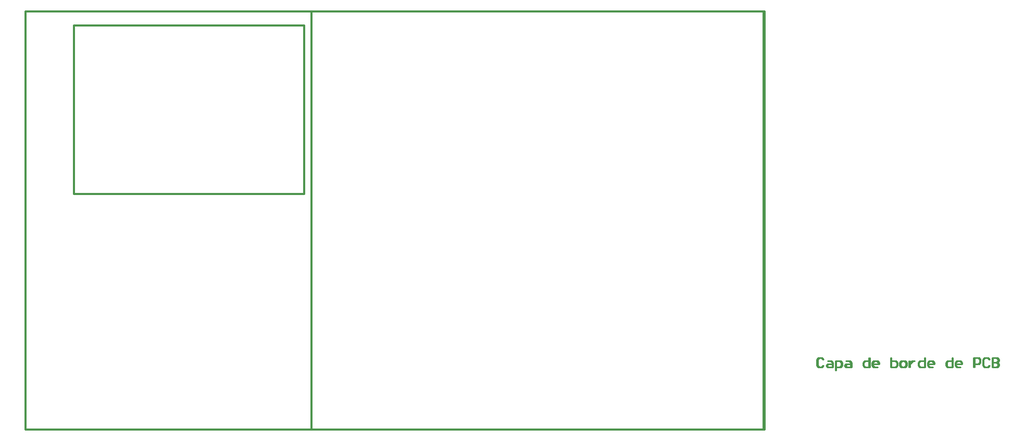
<source format=gko>
%FSLAX25Y25*%
%MOIN*%
G70*
G01*
G75*
G04 Layer_Color=16711935*
%ADD10O,0.08661X0.02362*%
%ADD11R,0.05709X0.02165*%
%ADD12R,0.05906X0.04331*%
%ADD13R,0.04331X0.05906*%
%ADD14O,0.05906X0.02362*%
%ADD15C,0.01969*%
%ADD16C,0.03150*%
%ADD17C,0.03937*%
%ADD18C,0.01181*%
%ADD19O,0.05512X0.01378*%
%ADD20R,0.16142X0.10236*%
%ADD21R,0.09449X0.10827*%
%ADD22R,0.04331X0.05906*%
G04:AMPARAMS|DCode=23|XSize=39.37mil|YSize=78.74mil|CornerRadius=9.84mil|HoleSize=0mil|Usage=FLASHONLY|Rotation=90.000|XOffset=0mil|YOffset=0mil|HoleType=Round|Shape=RoundedRectangle|*
%AMROUNDEDRECTD23*
21,1,0.03937,0.05906,0,0,90.0*
21,1,0.01969,0.07874,0,0,90.0*
1,1,0.01969,0.02953,0.00984*
1,1,0.01969,0.02953,-0.00984*
1,1,0.01969,-0.02953,-0.00984*
1,1,0.01969,-0.02953,0.00984*
%
%ADD23ROUNDEDRECTD23*%
G04:AMPARAMS|DCode=24|XSize=2559.05mil|YSize=551.18mil|CornerRadius=137.8mil|HoleSize=0mil|Usage=FLASHONLY|Rotation=90.000|XOffset=0mil|YOffset=0mil|HoleType=Round|Shape=RoundedRectangle|*
%AMROUNDEDRECTD24*
21,1,2.55905,0.27559,0,0,90.0*
21,1,2.28347,0.55118,0,0,90.0*
1,1,0.27559,0.13780,1.14173*
1,1,0.27559,0.13780,-1.14173*
1,1,0.27559,-0.13780,-1.14173*
1,1,0.27559,-0.13780,1.14173*
%
%ADD24ROUNDEDRECTD24*%
%ADD25R,0.03543X0.03937*%
%ADD26R,0.03937X0.03543*%
%ADD27R,0.05906X0.03150*%
%ADD28R,0.04331X0.03937*%
%ADD29R,0.08661X0.03937*%
%ADD30R,0.03150X0.05906*%
%ADD31R,0.03937X0.04331*%
%ADD32R,0.03937X0.08661*%
%ADD33C,0.01575*%
%ADD34C,0.09843*%
%ADD35C,0.00984*%
%ADD36C,0.12598*%
%ADD37C,0.07087*%
%ADD38R,0.07087X0.07087*%
%ADD39P,0.06392X8X292.5*%
%ADD40C,0.05906*%
%ADD41R,0.05906X0.05906*%
%ADD42R,0.05906X0.05906*%
%ADD43C,0.11811*%
%ADD44C,0.05906*%
%ADD45O,0.15748X0.07874*%
%ADD46O,0.07874X0.15748*%
%ADD47O,0.07874X0.17716*%
%ADD48C,0.03150*%
%ADD49C,0.12992*%
%ADD50C,0.03543*%
D18*
X0Y0D02*
X473000D01*
Y268000D01*
X0D02*
X473000D01*
X0Y0D02*
Y268000D01*
X31118Y151118D02*
Y258992D01*
X178362D01*
Y151118D02*
Y258992D01*
X31118Y151118D02*
X178362D01*
X183000Y0D02*
X472500D01*
Y268000D01*
X183000D02*
X472500D01*
X183000Y0D02*
Y268000D01*
D35*
X510936Y44920D02*
X509952Y45904D01*
X507984D01*
X507000Y44920D01*
Y40984D01*
X507984Y40000D01*
X509952D01*
X510936Y40984D01*
X513888Y43936D02*
X515855D01*
X516839Y42952D01*
Y40000D01*
X513888D01*
X512904Y40984D01*
X513888Y41968D01*
X516839D01*
X518807Y38032D02*
Y43936D01*
X521759D01*
X522743Y42952D01*
Y40984D01*
X521759Y40000D01*
X518807D01*
X525695Y43936D02*
X527663D01*
X528647Y42952D01*
Y40000D01*
X525695D01*
X524711Y40984D01*
X525695Y41968D01*
X528647D01*
X540454Y45904D02*
Y40000D01*
X537502D01*
X536518Y40984D01*
Y42952D01*
X537502Y43936D01*
X540454D01*
X545373Y40000D02*
X543405D01*
X542422Y40984D01*
Y42952D01*
X543405Y43936D01*
X545373D01*
X546357Y42952D01*
Y41968D01*
X542422D01*
X554229Y45904D02*
Y40000D01*
X557181D01*
X558165Y40984D01*
Y41968D01*
Y42952D01*
X557181Y43936D01*
X554229D01*
X561116Y40000D02*
X563084D01*
X564068Y40984D01*
Y42952D01*
X563084Y43936D01*
X561116D01*
X560132Y42952D01*
Y40984D01*
X561116Y40000D01*
X566036Y43936D02*
Y40000D01*
Y41968D01*
X567020Y42952D01*
X568004Y43936D01*
X568988D01*
X575875Y45904D02*
Y40000D01*
X572924D01*
X571940Y40984D01*
Y42952D01*
X572924Y43936D01*
X575875D01*
X580795Y40000D02*
X578827D01*
X577843Y40984D01*
Y42952D01*
X578827Y43936D01*
X580795D01*
X581779Y42952D01*
Y41968D01*
X577843D01*
X593586Y45904D02*
Y40000D01*
X590634D01*
X589650Y40984D01*
Y42952D01*
X590634Y43936D01*
X593586D01*
X598506Y40000D02*
X596538D01*
X595554Y40984D01*
Y42952D01*
X596538Y43936D01*
X598506D01*
X599490Y42952D01*
Y41968D01*
X595554D01*
X607361Y40000D02*
Y45904D01*
X610313D01*
X611297Y44920D01*
Y42952D01*
X610313Y41968D01*
X607361D01*
X617201Y44920D02*
X616217Y45904D01*
X614249D01*
X613265Y44920D01*
Y40984D01*
X614249Y40000D01*
X616217D01*
X617201Y40984D01*
X619168Y45904D02*
Y40000D01*
X622120D01*
X623104Y40984D01*
Y41968D01*
X622120Y42952D01*
X619168D01*
X622120D01*
X623104Y43936D01*
Y44920D01*
X622120Y45904D01*
X619168D01*
X510436Y44920D02*
X509452Y45904D01*
X507484D01*
X506500Y44920D01*
Y40984D01*
X507484Y40000D01*
X509452D01*
X510436Y40984D01*
X513387Y43936D02*
X515355D01*
X516339Y42952D01*
Y40000D01*
X513387D01*
X512404Y40984D01*
X513387Y41968D01*
X516339D01*
X518307Y38032D02*
Y43936D01*
X521259D01*
X522243Y42952D01*
Y40984D01*
X521259Y40000D01*
X518307D01*
X525195Y43936D02*
X527163D01*
X528147Y42952D01*
Y40000D01*
X525195D01*
X524211Y40984D01*
X525195Y41968D01*
X528147D01*
X539954Y45904D02*
Y40000D01*
X537002D01*
X536018Y40984D01*
Y42952D01*
X537002Y43936D01*
X539954D01*
X544873Y40000D02*
X542906D01*
X541922Y40984D01*
Y42952D01*
X542906Y43936D01*
X544873D01*
X545857Y42952D01*
Y41968D01*
X541922D01*
X553729Y45904D02*
Y40000D01*
X556681D01*
X557664Y40984D01*
Y41968D01*
Y42952D01*
X556681Y43936D01*
X553729D01*
X560616Y40000D02*
X562584D01*
X563568Y40984D01*
Y42952D01*
X562584Y43936D01*
X560616D01*
X559632Y42952D01*
Y40984D01*
X560616Y40000D01*
X565536Y43936D02*
Y40000D01*
Y41968D01*
X566520Y42952D01*
X567504Y43936D01*
X568488D01*
X575375Y45904D02*
Y40000D01*
X572424D01*
X571440Y40984D01*
Y42952D01*
X572424Y43936D01*
X575375D01*
X580295Y40000D02*
X578327D01*
X577343Y40984D01*
Y42952D01*
X578327Y43936D01*
X580295D01*
X581279Y42952D01*
Y41968D01*
X577343D01*
X593086Y45904D02*
Y40000D01*
X590134D01*
X589150Y40984D01*
Y42952D01*
X590134Y43936D01*
X593086D01*
X598006Y40000D02*
X596038D01*
X595054Y40984D01*
Y42952D01*
X596038Y43936D01*
X598006D01*
X598990Y42952D01*
Y41968D01*
X595054D01*
X606861Y40000D02*
Y45904D01*
X609813D01*
X610797Y44920D01*
Y42952D01*
X609813Y41968D01*
X606861D01*
X616701Y44920D02*
X615717Y45904D01*
X613749D01*
X612765Y44920D01*
Y40984D01*
X613749Y40000D01*
X615717D01*
X616701Y40984D01*
X618668Y45904D02*
Y40000D01*
X621620D01*
X622604Y40984D01*
Y41968D01*
X621620Y42952D01*
X618668D01*
X621620D01*
X622604Y43936D01*
Y44920D01*
X621620Y45904D01*
X618668D01*
M02*

</source>
